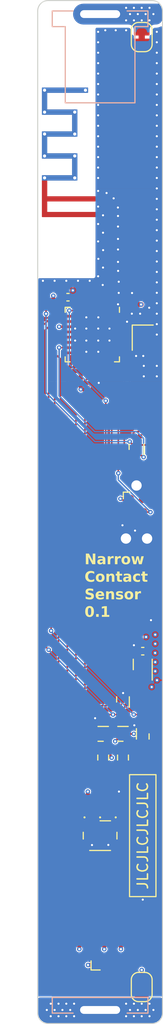
<source format=kicad_pcb>
(kicad_pcb (version 20221018) (generator pcbnew)
  (title_block (date "2023-11-21"))
  (layers (0 "F.Cu" signal) (1 "In1.Cu" power) (2 "In2.Cu" power) (31 "B.Cu" signal) (34 "B.Paste" user) (35 "F.Paste" user) (36 "B.SilkS" user "B.Silkscreen") (37 "F.SilkS" user "F.Silkscreen") (38 "B.Mask" user) (39 "F.Mask" user) (44 "Edge.Cuts" user))
  (net 0 "")
  (net 1 "/RF_ANT")
  (net 2 "GND")
  (net 3 "/XTAL_P_R")
  (net 4 "/XTAL_N")
  (net 5 "+3.3V")
  (net 6 "/VDD3P3")
  (net 7 "/LNA_IN")
  (net 8 "/VDD_SPI")
  (net 9 "/ADC1_CH3")
  (net 10 "/CHIP_EN")
  (net 11 "-BATT")
  (net 12 "+BATT")
  (net 13 "/U0TXD")
  (net 14 "/Programming Connection/RTS")
  (net 15 "/XTAL_P")
  (net 16 "/U0TXD_R")
  (net 17 "/SPICS0")
  (net 20 "/Power Latch/DELAY_OUT")
  (net 21 "/GPIO6")
  (net 22 "/GPIO7")
  (net 23 "/GPIO8")
  (net 24 "Net-(D3-A)")
  (net 32 "/U0RXD")
  (net 33 "/LED_R")
  (net 34 "/LED_G")
  (net 35 "/LED_B")
  (net 36 "/Power Latch/DELAY_IN")
  (net 37 "/GPIO4")
  (net 38 "Net-(R15-Pad1)")
  (net 39 "/Power Latch/SW1")
  (net 40 "/GPIO5")
  (net 43 "/Power Latch/AUTO_POWER")
  (net 44 "Net-(Q1-G)")
  (net 45 "/GPIO10")
  (net 46 "/POWER_ON")
  (net 47 "/Configuration Button/BTN_K")
  (net 48 "/Programming Connection/DTR")
  (net 49 "/GPIO9")
  (net 51 "/Programming Connection/RTS_B")
  (net 52 "/Programming Connection/DTR_B")
  (net 53 "/Configuration Button/BTN_A")
  (footprint "Capacitor_SMD:C_0201_0603Metric" (layer "F.Cu") (at 100.87 94.7 -90)
    (fp_text reference "C2" hide)
    (fp_text value "10pF" hide)
  )
  (footprint "easyeda2kicad:SOD-882_L1.0-W0.6-RD" (layer "F.Cu") (at 94.5 137.4 90)
    (fp_text reference "D4" hide)
    (fp_text value "1.1V" hide)
  )
  (footprint "Resistor_SMD:R_0201_0603Metric" (layer "F.Cu") (at 91.5 89.14 90)
    (fp_text reference "R5" hide)
    (fp_text value "10kΩ" hide)
  )
  (footprint "easyeda2kicad:SENSOR-SMD_59170-1-S-00-D" (layer "F.Cu") (at 100.1 140 90)
    (fp_text reference "SW1" hide)
    (fp_text value "59170-1-S-00-D" hide)
  )
  (footprint "Resistor_SMD:R_0201_0603Metric" (layer "F.Cu") (at 98.2 128.4 180)
    (fp_text reference "R13" hide)
    (fp_text value "10kΩ" hide)
  )
  (footprint "Resistor_SMD:R_0201_0603Metric" (layer "F.Cu") (at 98.83 95.12 -90)
    (fp_text reference "R2" hide)
    (fp_text value "499Ω" hide)
  )
  (footprint "easyeda2kicad:SW-SMD_4P-L3.0-W2.6-P1.80-LS3.4-TL" (layer "F.Cu") (at 96 140)
    (fp_text reference "SW2" hide)
    (fp_text value "SW_Push" hide)
  )
  (footprint "Capacitor_SMD:C_0201_0603Metric" (layer "F.Cu") (at 100.1 121.52)
    (fp_text reference "C16" hide)
    (fp_text value "1uF" hide)
  )
  (footprint "easyeda2kicad:SOD-882_L1.0-W0.6-RD" (layer "F.Cu") (at 96 137.4 90)
    (fp_text reference "D5" hide)
    (fp_text value "1.1V" hide)
  )
  (footprint "Resistor_SMD:R_0201_0603Metric" (layer "F.Cu") (at 100.1 120.41)
    (fp_text reference "R3" hide)
    (fp_text value "100kΩ" hide)
  )
  (footprint "Connector:Tag-Connect_TC2030-IDC-NL_2x03_P1.27mm_Vertical" (layer "F.Cu") (at 99.5 109 -90)
    (fp_text reference "P1" hide)
    (fp_text value "TC2030-NL" hide)
  )
  (footprint "Inverted_F_Antenna:ESP32-C3-MINI-1_Inverted_F_Antenna" (layer "F.Cu") (at 95.56 79 90)
    (fp_text reference "AE1" hide)
    (fp_text value "Inverted_F_Antenna_2.4GHz_Meandered" hide)
  )
  (footprint "easyeda2kicad:DFN1006-2L-BI" (layer "F.Cu") (at 95.15 97.25 180)
    (fp_text reference "D1" hide)
    (fp_text value "ESD9B3.3ST5G" hide)
  )
  (footprint "easyeda2kicad:X2-DFN1006-3_L1.0-W0.6-BR" (layer "F.Cu") (at 98.2 127.2 90)
    (fp_text reference "Q3" hide)
    (fp_text value "BC857BMB,315" hide)
  )
  (footprint "Capacitor_SMD:C_0201_0603Metric" (layer "F.Cu") (at 95.175 96.17 180)
    (fp_text reference "C11" hide)
    (fp_text value "1uF" hide)
  )
  (footprint "easyeda2kicad:CRYSTAL-SMD_4P-L2.0-W1.6-BL" (layer "F.Cu") (at 100.3 92.5 -90)
    (fp_text reference "Y1" hide)
    (fp_text value "40MHz" hide)
  )
  (footprint "easyeda2kicad:X2-DFN1010-6_L1.0-W1.0-P0.35-BL" (layer "F.Cu") (at 96.3 130.25 180)
    (fp_text reference "U3" hide)
    (fp_text value "74AUP1G86FW4-7" hide)
  )
  (footprint "Resistor_SMD:R_0201_0603Metric" (layer "F.Cu") (at 94.8 150 90)
    (fp_text reference "R10" hide)
    (fp_text value "510Ω" hide)
  )
  (footprint "easyeda2kicad:LED-ARRAY-SMD_4P-L1.0-W1.0-TR_NH-B1010RGBT" (layer "F.Cu") (at 96 152 90)
    (fp_text reference "D2" hide)
    (fp_text value "NH-B1010RGBT-HF" hide)
  )
  (footprint "Inductor_SMD:L_0201_0603Metric" (layer "F.Cu") (at 94.87 88.18 90)
    (fp_text reference "L1" hide)
    (fp_text value "2nH" hide)
  )
  (footprint "Capacitor_SMD:C_0201_0603Metric" (layer "F.Cu") (at 95.92 88.53)
    (fp_text reference "C7" hide)
    (fp_text value "0.1uF" hide)
  )
  (footprint "Resistor_SMD:R_0201_0603Metric" (layer "F.Cu") (at 96 136.3)
    (fp_text reference "R22" hide)
    (fp_text value "1kΩ" hide)
  )
  (footprint "Resistor_SMD:R_0201_0603Metric" (layer "F.Cu") (at 95.18 95.47)
    (fp_text reference "R8" hide)
    (fp_text value "10kΩ" hide)
  )
  (footprint "Resistor_SMD:R_0201_0603Metric" (layer "F.Cu") (at 97.2 150 90)
    (fp_text reference "R12" hide)
    (fp_text value "680Ω" hide)
  )
  (footprint "Resistor_SMD:R_0603_1608Metric" (layer "F.Cu") (at 98.2 132.52 90)
    (fp_text reference "R16" hide)
    (fp_text value "100MΩ" hide)
  )
  (footprint "Resistor_SMD:R_0201_0603Metric" (layer "F.Cu") (at 98.2 129.1 180)
    (fp_text reference "R18" hide)
    (fp_text value "100kΩ" hide)
  )
  (footprint "Resistor_SMD:R_0201_0603Metric" (layer "F.Cu") (at 99.5 104.25 180)
    (fp_text reference "R23" hide)
    (fp_text value "10kΩ" hide)
  )
  (footprint "Resistor_SMD:R_0201_0603Metric" (layer "F.Cu") (at 96.3 128.4 180)
    (fp_text reference "R14" hide)
    (fp_text value "1MΩ" hide)
  )
  (footprint "Jumper:SolderJumper-2_P1.3mm_Open_RoundedPad1.0x1.5mm" (layer "F.Cu") (at 100 154.5 -90)
    (fp_text reference "JP1" hide)
    (fp_text value "SolderJumper_2_Bridged" hide)
  )
  (footprint "Resistor_SMD:R_0201_0603Metric" (layer "F.Cu") (at 96.4 150 90)
    (fp_text reference "R7" hide)
    (fp_text value "45kΩ" hide)
  )
  (footprint "Capacitor_SMD:C_0201_0603Metric" (layer "F.Cu") (at 97.32 86.42)
    (fp_text reference "C8" hide)
    (fp_text value "3pF" hide)
  )
  (footprint "Capacitor_SMD:C_0201_0603Metric" (layer "F.Cu") (at 98.72 88.8 90)
    (fp_text reference "C4" hide)
    (fp_text value "10nF" hide)
  )
  (footprint "Resistor_SMD:R_0201_0603Metric" (layer "F.Cu") (at 99.55 90.65)
    (fp_text reference "R1" hide)
    (fp_text value "0Ω" hide)
  )
  (footprint "Capacitor_SMD:C_0201_0603Metric" (layer "F.Cu") (at 97.32 88.53)
    (fp_text reference "C9" hide)
    (fp_text value "3pF" hide)
  )
  (footprint "easyeda2kicad:X2-DFN1006-3_L1.0-W0.6-P0.35-BL" (layer "F.Cu") (at 100.1 130.25 -90)
    (fp_text reference "Q1" hide)
    (fp_text value "DMN2005LP4K-7")
  )
  (footprint "Capacitor_SMD:C_0201_0603Metric" (layer "F.Cu") (at 96.3 129.1 180)
    (fp_text reference "C14" hide)
    (fp_text value "4.7uF" hide)
  )
  (footprint "Resistor_SMD:R_0201_0603Metric" (layer "F.Cu") (at 100.09 129.1 180)
    (fp_text reference "R19" hide)
    (fp_text value "100kΩ" hide)
  )
  (footprint "easyeda2kicad:SOD-882_L1.0-W0.6-RD" (layer "F.Cu") (at 97.5 137.4 90)
    (fp_text reference "D3" hide)
    (fp_text value "1.1V" hide)
  )
  (footprint "easyeda2kicad:DFN1010B-6_L1.1-W1.0-P0.35-BL" (layer "F.Cu") (at 99.5 103 90)
    (fp_text reference "Q2" hide)
    (fp_text value "BC847QASZ" hide)
  )
  (footprint "Resistor_SMD:R_0201_0603Metric" (layer "F.Cu") (at 95.6 150 90)
    (fp_text reference "R11" hide)
    (fp_text value "680Ω" hide)
  )
  (footprint "Resistor_SMD:R_0201_0603Metric" (layer "F.Cu") (at 100.1 125.75 180)
    (fp_text reference "R17" hide)
    (fp_text value "1MΩ" hide)
  )
  (footprint "easyeda2kicad:X2-DFN2015-3_L2.0-W1.5-P0.50-BR" (layer "F.Cu") (at 100.1 124.1 90)
    (fp_text reference "Q4" hide)
    (fp_text value "DMG3415UFY4Q-7" hide)
  )
  (footprint "Resistor_SMD:R_0201_0603Metric" (layer "F.Cu") (at 100.11 119.71)
    (fp_text reference "R4" hide)
    (fp_text value "150kΩ" hide)
  )
  (footprint "Capacitor_SMD:C_0201_0603Metric" (layer "F.Cu") (at 93.5 95.82 90)
    (fp_text reference "C10" hide)
    (fp_text value "0.1uF" hide)
  )
  (footprint "Resistor_SMD:R_0201_0603Metric" (layer "F.Cu") (at 94 150 90)
    (fp_text reference "R6" hide)
    (fp_text value "45kΩ" hide)
  )
  (footprint "Capacitor_SMD:C_0201_0603Metric" (layer "F.Cu") (at 100.11 119.01)
    (fp_text reference "C12" hide)
    (fp_text value "10nF" hide)
  )
  (footprint "Resistor_SMD:R_0201_0603Metric" (layer "F.Cu") (at 98 150 90)
    (fp_text reference "R9" hide)
    (fp_text value "45kΩ" hide)
  )
  (footprint "Capacitor_SMD:C_0201_0603Metric" (layer "F.Cu") (at 94.17 88.18 90)
    (fp_text reference "C6" hide)
    (fp_text value "0.1uF" hide)
  )
  (footprint "Capacitor_SMD:C_0402_1005Metric" (layer "F.Cu") (at 92.91 88.42)
    (fp_text reference "C5" hide)
    (fp_text value "10uF" hide)
  )
  (footprint "Capacitor_SMD:C_0201_0603Metric" (layer "F.Cu") (at 90.8 89.14 90)
    (fp_text reference "C13" hide)
    (fp_text value "0.1uF" hide)
  )
  (footprint "easyeda2kicad:X2-DFN1010-6_L1.0-W1.0-P0.35-BL" (layer "F.Cu") (at 98.2 130.25 180)
    (fp_text reference "U2" hide)
    (fp_text value "74AUP1G86FW4-7" hide)
  )
  (footprint "Package_DFN_QFN:QFN-32-1EP_5x5mm_P0.5mm_EP3.45x3.45mm" (layer "F.Cu") (at 95.25 92 -90)
    (fp_text reference "U1" hide)
    (fp_text value "ESP32-C3FH4" hide)
  )
  (footprint "Resistor_SMD:R_0201_0603Metric" (layer "F.Cu") (at 94.5 136.3)
    (fp_text reference "R21" hide)
    (fp_text value "45kΩ" hide)
  )
  (footprint "Capacitor_SMD:C_0201_0603Metric" (layer "F.Cu") (at 99.42 88.8 90)
    (fp_text reference "C3" hide)
    (fp_text value "1uF" hide)
  )
  (footprint "Capacitor_SMD:C_0402_1005Metric" (layer "F.Cu") (at 100.1 122.33)
    (fp_text reference "C15" hide)
    (fp_text value "10uF" hide)
  )
  (footprint "Resistor_SMD:R_0201_0603Metric" (layer "F.Cu") (at 100.09 128.4 180)
    (fp_text reference "R20" hide)
    (fp_text value "10kΩ" hide)
  )
  (footprint "Capacitor_SMD:C_0201_0603Metric" (layer "F.Cu") (at 97.5 136.3)
    (fp_text reference "C17" hide)
    (fp_text value "1uF" hide)
  )
  (footprint "Inductor_SMD:L_0201_0603Metric" (layer "F.Cu") (at 97 87.475 -90)
    (fp_text reference "L2" hide)
    (fp_text value "2nH" hide)
  )
  (footprint "Capacitor_SMD:C_0201_0603Metric" (layer "F.Cu") (at 100.85 90.3 90)
    (fp_text reference "C1" hide)
    (fp_text value "10pF" hide)
  )
  (footprint "Resistor_SMD:R_0603_1608Metric" (layer "F.Cu") (at 96.3 132.52 90)
    (fp_text reference "R15" hide)
    (fp_text value "100MΩ" hide)
  )
  (footprint "Resistor_SMD:R_0201_0603Metric" (layer "F.Cu") (at 99.5 101.75)
    (fp_text reference "R24" hide)
    (fp_text value "10kΩ" hide)
  )
  (footprint "Jumper:SolderJumper-2_P1.3mm_Bridged_RoundedPad1.0x1.5mm" (layer "F.Cu") (at 100 63.5 90)
    (fp_text reference "JP2" hide)
    (fp_text value "SolderJumper_2_Bridged" hide)
  )
  (footprint "BatteryTerminal:Keystone_5204" (layer "B.Cu") (at 96 61.3 180)
    (fp_text reference "CN2" hide)
    (fp_text value "5204" hide)
  )
  (footprint "BatteryTerminal:Keystone_5226" (layer "B.Cu") (at 96 156.7)
    (fp_text reference "CN1" hide)
    (fp_text value "5226" hide)
  )
  (gr_line (start 91 158) (end 101 158) (stroke (width 0.1)) (layer "Edge.Cuts"))
  (gr_line (start 102 157) (end 102 61) (stroke (width 0.1)) (layer "Edge.Cuts"))
  (gr_arc (start 101 60) (mid 101.707107 60.292893) (end 102 61) (stroke (width 0.1)) (layer "Edge.Cuts"))
  (gr_arc (start 102 157) (mid 101.707107 157.707107) (end 101 158) (stroke (width 0.1)) (layer "Edge.Cuts"))
  (gr_arc (start 90 61) (mid 90.292893 60.292893) (end 91 60) (stroke (width 0.1)) (layer "Edge.Cuts"))
  (gr_line (start 90 61) (end 90 157) (stroke (width 0.1)) (layer "Edge.Cuts"))
  (gr_line (start 101 60) (end 91 60) (stroke (width 0.1)) (layer "Edge.Cuts"))
  (gr_arc (start 91 158) (mid 90.292893 157.707107) (end 90 157) (stroke (width 0.1)) (layer "Edge.Cuts"))
  (gr_text "JLCJLCJLCJLC" (at 100.1 140 90) (layer "F.SilkS") (effects (font (size 1 1))))
  (gr_text "Narrow\nContact\nSensor\n0.1" (at 94.5 113) (layer "F.SilkS") (effects (font (size 1 1) (thickness 0.25) bold) (justify left top)))
  (segment (start 96.648528 79.358528) (end 96.641472 79.351472) (width 0.32) (layer "F.Cu") (net 1))
  (segment (start 95.792944 79) (end 95.56 79) (width 0.32) (layer "F.Cu") (net 1))
  (segment (start 97 86.42) (end 97 87.155) (width 0.32) (layer "F.Cu") (net 1))
  (segment (start 97 84.42) (end 96.998393 84.418393) (width 0.32) (layer "F.Cu") (net 1))
  (segment (start 96.998393 84.418393) (end 96.998393 80.112741) (width 0.32) (layer "F.Cu") (net 1))
  (segment (start 97 86.22) (end 97 84.42) (width 0.32) (layer "F.Cu") (net 1))
  (arc (start 96.998393 80.112741) (mid 96.889784 79.704662) (end 96.648528 79.358528) (width 0.32) (layer "F.Cu") (net 1))
  (arc (start 96.641472 79.351472) (mid 96.252164 79.091345) (end 95.792944 79) (width 0.32) (layer "F.Cu") (net 1))
  (via (at 98.15 110.27) (size 0.45) (drill 0.2) (layers "F.Cu" "B.Cu") (net 2))
  (via (at 100.15 94.05) (size 0.45) (drill 0.2) (layers "F.Cu" "B.Cu") (net 2))
  (via (at 101.45 63) (size 0.45) (drill 0.2) (layers "F.Cu" "B.Cu") (net 2))
  (via (at 95.83 84.746664) (size 0.45) (drill 0.2) (layers "F.Cu" "B.Cu") (net 2))
  (via (at 93.6 92.575) (size 0.45) (drill 0.2) (layers "F.Cu" "B.Cu") (net 2))
  (via (at 97.72 81.65) (size 0.45) (drill 0.2) (layers "F.Cu" "B.Cu") (net 2))
  (via (at 100.89 119.36) (size 0.45) (drill 0.2) (layers "F.Cu" "B.Cu") (net 2))
  (via (at 97.72 85.04) (size 0.45) (drill 0.2) (layers "F.Cu" "B.Cu") (net 2))
  (via (at 97.71 79.83) (size 0.45) (drill 0.2) (layers "F.Cu" "B.Cu") (net 2))
  (via (at 101.45 70) (size 0.45) (drill 0.2) (layers "F.Cu" "B.Cu") (net 2))
  (via (at 101.45 89) (size 0.45) (drill 0.2) (layers "F.Cu" "B.Cu") (net 2))
  (via (at 95.81 76) (size 0.45) (drill 0.2) (layers "F.Cu" "B.Cu") (net 2))
  (via (at 97.72 80.64) (size 0.45) (drill 0.2) (layers "F.Cu" "B.Cu") (net 2))
  (via (at 96.28 85.581108) (size 0.45) (drill 0.2) (layers "F.Cu" "B.Cu") (net 2))
  (via (at 98.5 62.85) (size 0.45) (drill 0.2) (layers "F.Cu" "B.Cu") (net 2))
  (via (at 101.45 83) (size 0.45) (drill 0.2) (layers "F.Cu" "B.Cu") (net 2))
  (via (at 101.45 81) (size 0.45) (drill 0.2) (layers "F.Cu" "B.Cu") (net 2))
  (via (at 95.81 67) (size 0.45) (drill 0.2) (layers "F.Cu" "B.Cu") (net 2))
  (via (at 91.625 86.85) (size 0.45) (drill 0.2) (layers "F.Cu" "B.Cu") (net 2))
  (via (at 95.81 64) (size 0.45) (drill 0.2) (layers "F.Cu" "B.Cu") (net 2))
  (via (at 97.73 85.9) (size 0.45) (drill 0.2) (layers "F.Cu" "B.Cu") (net 2))
  (via (at 99.05 90) (size 0.45) (drill 0.2) (layers "F.Cu" "B.Cu") (net 2))
  (via (at 95.52 128.75) (size 0.45) (drill 0.2) (layers "F.Cu" "B.Cu") (net 2))
  (via (at 95.825 93.65) (size 0.45) (drill 0.2) (layers "F.Cu" "B.Cu") (net 2))
  (via (at 95.81 69) (size 0.45) (drill 0.2) (layers "F.Cu" "B.Cu") (net 2))
  (via (at 101.45 78) (size 0.45) (drill 0.2) (layers "F.Cu" "B.Cu") (net 2))
  (via (at 97.3 78.95) (size 0.45) (drill 0.2) (layers "F.Cu" "B.Cu") (net 2))
  (via (at 94.675 90.35) (size 0.45) (drill 0.2) (layers "F.Cu" "B.Cu") (net 2))
  (via (at 97.79 86.94) (size 0.45) (drill 0.2) (layers "F.Cu" "B.Cu") (net 2))
  (via (at 95.22 140.9) (size 0.45) (drill 0.2) (layers "F.Cu" "B.Cu") (net 2))
  (via (at 96.9 91.425) (size 0.45) (drill 0.2) (layers "F.Cu" "B.Cu") (net 2))
  (via (at 93.875 86.85) (size 0.45) (drill 0.2) (layers "F.Cu" "B.Cu") (net 2))
  (via (at 101.45 66) (size 0.45) (drill 0.2) (layers "F.Cu" "B.Cu") (net 2))
  (via (at 92.75 86.85) (size 0.45) (drill 0.2) (layers "F.Cu" "B.Cu") (net 2))
  (via (at 95.87 96.63) (size 0.45) (drill 0.2) (layers "F.Cu" "B.Cu") (net 2))
  (via (at 94.675 91.425) (size 0.45) (drill 0.2) (layers "F.Cu" "B.Cu") (net 2))
  (via (at 95.82 92.575) (size 0.45) (drill 0.2) (layers "F.Cu" "B.Cu") (net 2))
  (via (at 101.45 95) (size 0.45) (drill 0.2) (layers "F.Cu" "B.Cu") (net 2))
  (via (at 93.6 91.425) (size 0.45) (drill 0.2) (layers "F.Cu" "B.Cu") (net 2))
  (via (at 101.45 79) (size 0.45) (drill 0.2) (layers "F.Cu" "B.Cu") (net 2))
  (via (at 101.45 96) (size 0.45) (drill 0.2) (layers "F.Cu" "B.Cu") (net 2))
  (via (at 101.45 91) (size 0.45) (drill 0.2) (layers "F.Cu" "B.Cu") (net 2))
  (via (at 95.81 63) (size 0.45) (drill 0.2) (layers "F.Cu" "B.Cu") (net 2))
  (via (at 95.81 86.415552) (size 0.45) (drill 0.2) (layers "F.Cu" "B.Cu") (net 2))
  (via (at 100.1 146.13) (size 0.45) (drill 0.2) (layers "F.Cu" "B.Cu") (net 2))
  (via (at 101.45 69) (size 0.45) (drill 0.2) (layers "F.Cu" "B.Cu") (net 2))
  (via (at 98.59 90.77) (size 0.45) (drill 0.2) (layers "F.Cu" "B.Cu") (net 2))
  (via (at 96.29 83.91222) (size 0.45) (drill 0.2) (layers "F.Cu" "B.Cu") (net 2))
  (via (at 99.85 90) (size 0.45) (drill 0.2) (layers "F.Cu" "B.Cu") (net 2))
  (via (at 101.45 73) (size 0.45) (drill 0.2) (layers "F.Cu" "B.Cu") (net 2))
  (via (at 101.45 68) (size 0.45) (drill 0.2) (layers "F.Cu" "B.Cu") (net 2))
  (via (at 95.81 77) (size 0.45) (drill 0.2) (layers "F.Cu" "B.Cu") (net 2))
  (via (at 95.81 72) (size 0.45) (drill 0.2) (layers "F.Cu" "B.Cu") (net 2))
  (via (at 99.46 94.05) (size 0.45) (drill 0.2) (layers "F.Cu" "B.Cu") (net 2))
  (via (at 100.2 96) (size 0.45) (drill 0.2) (layers "F.Cu" "B.Cu") (net 2))
  (via (at 95.81 71) (size 0.45) (drill 0.2) (layers "F.Cu" "B.Cu") (net 2))
  (via (at 101.45 75) (size 0.45) (drill 0.2) (layers "F.Cu" "B.Cu") (net 2))
  (via (at 101.45 64) (size 0.45) (drill 0.2) (layers "F.Cu" "B.Cu") (net 2))
  (via (at 101.45 72) (size 0.45) (drill 0.2) (layers "F.Cu" "B.Cu") (net 2))
  (via (at 94.675 92.575) (size 0.45) (drill 0.2) (layers "F.Cu" "B.Cu") (net 2))
  (via (at 101.45 84) (size 0.45) (drill 0.2) (layers "F.Cu" "B.Cu") (net 2))
  (via (at 99.07 88.02) (size 0.45) (drill 0.2) (layers "F.Cu" "B.Cu") (net 2))
  (via (at 95.81 78.24) (size 0.45) (drill 0.2) (layers "F.Cu" "B.Cu") (net 2))
  (via (at 96.79 140.89) (size 0.45) (drill 0.2) (layers "F.Cu" "B.Cu") (net 2))
  (via (at 90.5 86.85) (size 0.45) (drill 0.2) (layers "F.Cu" "B.Cu") (net 2))
  (via (at 95.81 74) (size 0.45) (drill 0.2) (layers "F.Cu" "B.Cu") (net 2))
  (via (at 95.81 79.74) (size 0.45) (drill 0.2) (layers "F.Cu" "B.Cu") (net 2))
  (via (at 94.675 93.65) (size 0.45) (drill 0.2) (layers "F.Cu" "B.Cu") (net 2))
  (via (at 96.62 78.44) (size 0.45) (drill 0.2) (layers "F.Cu" "B.Cu") (net 2))
  (via (at 101.45 76) (size 0.45) (drill 0.2) (layers "F.Cu" "B.Cu") (net 2))
  (via (at 101.45 90) (size 0.45) (drill 0.2) (layers "F.Cu" "B.Cu") (net 2))
  (via (at 100.2 95) (size 0.45) (drill 0.2) (layers "F.Cu" "B.Cu") (net 2))
  (via (at 100.72 89.43) (size 0.45) (drill 0.2) (layers "F.Cu" "B.Cu") (net 2))
  (via (at 95.81 81.408888) (size 0.45) (drill 0.2) (layers "F.Cu" "B.Cu") (net 2))
  (via (at 101.45 74) (size 0.45) (drill 0.2) (layers "F.Cu" "B.Cu") (net 2))
  (via (at 101.45 86) (size 0.45) (drill 0.2) (layers "F.Cu" "B.Cu") (net 2))
  (via (at 101.45 77) (size 0.45) (drill 0.2) (layers "F.Cu" "B.Cu") (net 2))
  (via (at 101.45 88) (size 0.45) (drill 0.2) (layers "F.Cu" "B.Cu") (net 2))
  (via (at 95.81 70) (size 0.45) (drill 0.2) (layers "F.Cu" "B.Cu") (net 2))
  (via (at 101.45 92) (size 0.45) (drill 0.2) (layers "F.Cu" "B.Cu") (net 2))
  (via (at 95 86.85) (size 0.45) (drill 0.2) (layers "F.Cu" "B.Cu") (net 2))
  (via (at 99.29 129.43) (size 0.45) (drill 0.2) (layers "F.Cu" "B.Cu") (net 2))
  (via (at 96.25 87.25) (size 0.45) (drill 0.2) (layers "F.Cu" "B.Cu") (net 2))
  (via (at 95.81 75) (size 0.45) (drill 0.2) (layers "F.Cu" "B.Cu") (net 2))
  (via (at 95.81 83.077776) (size 0.45) (drill 0.2) (layers "F.Cu" "B.Cu") (net 2))
  (via (at 95.81 73) (size 0.45) (drill 0.2) (layers "F.Cu" "B.Cu") (net 2))
  (via (at 95.82 91.425) (size 0.45) (drill 0.2) (layers "F.Cu" "B.Cu") (net 2))
  (via (at 99.36 110.78) (size 0.45) (drill 0.2) (layers "F.Cu" "B.Cu") (net 2))
  (via (at 97.72 83.85) (size 0.45) (drill 0.2) (layers "F.Cu" "B.Cu") (net 2))
  (via (at 95.81 66) (size 0.45) (drill 0.2) (layers "F.Cu" "B.Cu") (net 2))
  (via (at 97.5 62.85) (size 0.45) (drill 0.2) (layers "F.Cu" "B.Cu") (net 2))
  (via (at 97.72 82.84) (size 0.45) (drill 0.2) (layers "F.Cu" "B.Cu") (net 2))
  (via (at 96.5 62.85) (size 0.45) (drill 0.2) (layers "F.Cu" "B.Cu") (net 2))
  (via (at 101.45 87) (size 0.45) (drill 0.2) (layers "F.Cu" "B.Cu") (net 2))
  (via (at 101.45 80) (size 0.45) (drill 0.2) (layers "F.Cu" "B.Cu") (net 2))
  (via (at 97.81 135.78) (size 0.45) (drill 0.2) (layers "F.Cu" "B.Cu") (net 2))
  (via (at 99.25 121.76) (size 0.45) (drill 0.2) (layers "F.Cu" "B.Cu") (net 2))
  (via (at 101.45 82) (size 0.45) (drill 0.2) (layers "F.Cu" "B.Cu") (net 2))
  (via (at 97.79 88.01) (size 0.45) (drill 0.2) (layers "F.Cu" "B.Cu") (net 2))
  (via (at 97.72 89.1) (size 0.45) (drill 0.2) (layers "F.Cu" "B.Cu") (net 2))
  (via (at 98.21 126.34) (size 0.45) (drill 0.2) (layers "F.Cu" "B.Cu") (net 2))
  (via (at 101.45 65) (size 0.45) (drill 0.2) (layers "F.Cu" "B.Cu") (net 2))
  (via (at 101.45 67) (size 0.45) (drill 0.2) (layers "F.Cu" "B.Cu") (net 2))
  (via (at 96.28 80.574444) (size 0.45) (drill 0.2) (layers "F.Cu" "B.Cu") (net 2))
  (via (at 101.45 85) (size 0.45) (drill 0.2) (layers "F.Cu" "B.Cu") (net 2))
  (via (at 101.45 71) (size 0.45) (drill 0.2) (layers "F.Cu" "B.Cu") (net 2))
  (via (at 95.81 65) (size 0.45) (drill 0.2) (layers "F.Cu" "B.Cu") (net 2))
  (via (at 95.81 68) (size 0.45) (drill 0.2) (layers "F.Cu" "B.Cu") (net 2))
  (via (at 95.83 90.35) (size 0.45) (drill 0.2) (layers "F.Cu" "B.Cu") (net 2))
  (via (at 96.28 82.243332) (size 0.45) (drill 0.2) (layers "F.Cu" "B.Cu") (net 2))
  (via (at 96.9 92.575) (size 0.45) (drill 0.2) (layers "F.Cu" "B.Cu") (net 2))
  (segment (start 99.75 91.8) (end 99.75 91.27) (width 0.15) (layer "F.Cu") (net 3))
  (segment (start 99.87 90.65) (end 100.82 90.65) (width 0.15) (layer "F.Cu") (net 3))
  (segment (start 100.82 90.65) (end 100.85 90.62) (width 0.15) (layer "F.Cu") (net 3))
  (segment (start 99.75 91.27) (end 99.87 91.15) (width 0.15) (layer "F.Cu") (net 3))
  (segment (start 99.87 91.15) (end 99.87 90.65) (width 0.15) (layer "F.Cu") (net 3))
  (segment (start 99.23 92.5) (end 100.69 92.5) (width 0.15) (layer "F.Cu") (net 4))
  (segment (start 97.6875 91.75) (end 98.48 91.75) (width 0.15) (layer "F.Cu") (net 4))
  (segment (start 100.69 92.5) (end 100.85 92.66) (width 0.15) (layer "F.Cu") (net 4))
  (segment (start 100.87 93.22) (end 100.87 94.38) (width 0.15) (layer "F.Cu") (net 4))
  (segment (start 100.85 92.66) (end 100.85 93.2) (width 0.15) (layer "F.Cu") (net 4))
  (segment (start 98.48 91.75) (end 99.23 92.5) (width 0.15) (layer "F.Cu") (net 4))
  (segment (start 94.84 152.39) (end 95.61 152.39) (width 0.38) (layer "F.Cu") (net 5))
  (segment (start 91.5 88.82) (end 91.5 88.28) (width 0.38) (layer "F.Cu") (net 5))
  (segment (start 94.82 135.78) (end 94.82 136.3) (width 0.38) (layer "F.Cu") (net 5))
  (segment (start 94.14 97.25) (end 94.8 97.25) (width 0.38) (layer "F.Cu") (net 5))
  (segment (start 94.14 97.25) (end 94.14 95.79) (width 0.38) (layer "F.Cu") (net 5))
  (segment (start 100.42 121.52) (end 100.42 120.97) (width 0.38) (layer "F.Cu") (net 5))
  (segment (start 94 150.87) (end 94 150.32) (width 0.38) (layer "F.Cu") (net 5))
  (segment (start 94.14 95.79) (end 93.85 95.5) (width 0.38) (layer "F.Cu") (net 5))
  (segment (start 100 152.87) (end 100 153.85) (width 0.38) (layer "F.Cu") (net 5))
  (segment (start 100.42 120.97) (end 100.42 120.41) (width 0.38) (layer "F.Cu") (net 5))
  (segment (start 93.85 95.5) (end 93.5 95.5) (width 0.38) (layer "F.Cu") (net 5))
  (segment (start 93.5 94.4375) (end 93.5 95.5) (width 0.25) (layer "F.Cu") (net 5))
  (segment (start 96.4 150.877139) (end 96.4 150.32) (width 0.38) (layer "F.Cu") (net 5))
  (segment (start 92.8125 91.25) (end 92.06 91.25) (width 0.25) (layer "F.Cu") (net 5))
  (segment (start 97.96 107.73) (end 98.865 107.73) (width 0.38) (layer "F.Cu") (net 5))
  (segment (start 98 150.87) (end 98 150.32) (width 0.38) (layer "F.Cu") (net 5))
  (via (at 101.29 122.5) (size 0.45) (drill 0.2) (layers "F.Cu" "B.Cu") (net 5))
  (via (at 93.38 87.77) (size 0.45) (drill 0.2) (layers "F.Cu" "B.Cu") (net 5))
  (via (at 100 152.87) (size 0.45) (drill 0.2) (layers "F.Cu" "B.Cu") (net 5))
  (via (at 94 150.87) (size 0.45) (drill 0.2) (layers "F.Cu" "B.Cu") (net 5))
  (via (at 94.14 97.25) (size 0.45) (drill 0.2) (layers "F.Cu" "B.Cu") (net 5))
  (via (at 100.42 120.97) (size 0.45) (drill 0.2) (layers "F.Cu" "B.Cu") (net 5))
  (via (at 101.3 120.75) (size 0.45) (drill 0.2) (layers "F.Cu" "B.Cu") (net 5))
  (via (at 101.3 124.25) (size 0.45) (drill 0.2) (layers "F.Cu" "B.Cu") (net 5))
  (via (at 101.3 123.375) (size 0.45) (drill 0.2) (layers "F.Cu" "B.Cu") (net 5))
  (via (at 94.84 152.39) (size 0.45) (drill 0.2) (layers "F.Cu" "B.Cu") (net 5))
  (via (at 99.94 89.12) (size 0.45) (drill 0.2) (layers "F.Cu" "B.Cu") (net 5))
  (via (at 97.96 107.73) (size 0.45) (drill 0.2) (layers "F.Cu" "B.Cu") (net 5))
  (via (at 91.5 88.28) (size 0.45) (drill 0.2) (layers "F.Cu" "B.Cu") (net 5))
  (via (at 94.82 135.78) (size 0.45) (drill 0.2) (layers "F.Cu" "B.Cu") (net 5))
  (via (at 96.4 150.877139) (size 0.45) (drill 0.2) (layers "F.Cu" "B.Cu") (net 5))
  (via (at 92.06 91.25) (size 0.45) (drill 0.2) (layers "F.Cu" "B.Cu") (net 5))
  (via (at 101.3 121.625) (size 0.45) (drill 0.2) (layers "F.Cu" "B.Cu") (net 5))
  (via (at 98 150.87) (size 0.45) (drill 0.2) (layers "F.Cu" "B.Cu") (net 5))
  (segment (start 95.605 88.525) (end 95.6 88.53) (width 0.38) (layer "F.Cu") (net 6))
  (segment (start 97 88.53) (end 97 89.12) (width 0.32) (layer "F.Cu") (net 7))
  (segment (start 97 88.53) (end 97 87.795) (width 0.32) (layer "F.Cu") (net 7))
  (segment (start 97 89.5625) (end 97 89.12) (width 0.25) (layer "F.Cu") (net 7))
  (segment (start 94 95.02) (end 94 94.4375) (width 0.15) (layer "F.Cu") (net 8))
  (segment (start 94.86 95.47) (end 94.86 96.165) (width 0.15) (layer "F.Cu") (net 8))
  (segment (start 94.45 95.47) (end 94 95.02) (width 0.15) (layer "F.Cu") (net 8))
  (segment (start 94.86 95.47) (end 94.45 95.47) (width 0.15) (layer "F.Cu") (net 8))
  (segment (start 96.54 98.34) (end 96.54 116.33) (width 0.15) (layer "F.Cu") (net 9))
  (segment (start 99.78 120.41) (end 99.78 119.72) (width 0.15) (layer "F.Cu") (net 9))
  (segment (start 93.04 89.7) (end 93.3625 89.7) (width 0.15) (layer "F.Cu") (net 9))
  (segment (start 99.22 119.01) (end 99.79 119.01) (width 0.15) (layer "F.Cu") (net 9))
  (segment (start 99.79 119.71) (end 99.79 119.01) (width 0.15) (layer "F.Cu") (net 9))
  (segment (start 93.3625 89.7) (end 93.5 89.5625) (width 0.15) (layer "F.Cu") (net 9))
  (segment (start 96.54 116.33) (end 99.22 119.01) (width 0.15) (layer "F.Cu") (net 9))
  (via (at 96.54 98.34) (size 0.45) (drill 0.2) (layers "F.Cu" "B.Cu") (net 9))
  (via (at 93.04 89.7) (size 0.45) (drill 0.2) (layers "F.Cu" "B.Cu") (net 9))
  (segment (start 93.04 89.7) (end 93.04 94.84) (width 0.15) (layer "B.Cu") (net 9))
  (segment (start 93.04 94.84) (end 96.54 98.34) (width 0.15) (layer "B.Cu") (net 9))
  (segment (start 93.84 88.93) (end 94 89.09) (width 0.15) (layer "F.Cu") (net 10))
  (segment (start 91.8 89.46) (end 92.33 88.93) (width 0.15) (layer "F.Cu") (net 10))
  (segment (start 90.8 90.01) (end 90.8 89.46) (width 0.15) (layer "F.Cu") (net 10))
  (segment (start 92.33 88.93) (end 93.84 88.93) (width 0.15) (layer "F.Cu") (net 10))
  (segment (start 91.5 89.46) (end 91.8 89.46) (width 0.15) (layer "F.Cu") (net 10))
  (segment (start 99.225 103) (end 99.15 102.925) (width 0.15) (layer "F.Cu") (net 10))
  (segment (start 98.841297 102.251297) (end 98.839977 102.251297) (width 0.15) (layer "F.Cu") (net 10))
  (segment (start 99.15 102.925) (end 99.15 102.575) (width 0.15) (layer "F.Cu") (net 10))
  (segment (start 94 89.09) (end 94 89.5625) (width 0.15) (layer "F.Cu") (net 10))
  (segment (start 99.15 102.56) (end 98.841297 102.251297) (width 0.15) (layer "F.Cu") (net 10))
  (segment (start 90.8 89.46) (end 91.5 89.46) (width 0.15) (layer "F.Cu") (net 10))
  (via (at 90.8 90.01) (size 0.45) (drill 0.2) (layers "F.Cu" "B.Cu") (net 10))
  (via (at 98.839977 102.251297) (size 0.45) (drill 0.2) (layers "F.Cu" "B.Cu") (net 10))
  (segment (start 90.8 97.56) (end 95.491297 102.251297) (width 0.15) (layer "B.Cu") (net 10))
  (segment (start 90.8 90.01) (end 90.8 97.56) (width 0.15) (layer "B.Cu") (net 10))
  (segment (start 95.491297 102.251297) (end 98.839977 102.251297) (width 0.15) (layer "B.Cu") (net 10))
  (via (at 98.5 60.7) (size 0.45) (drill 0.2) (layers "F.Cu" "B.Cu") (net 11))
  (via (at 100.75 60.7) (size 0.45) (drill 0.2) (layers "F.Cu" "B.Cu") (net 11))
  (via (at 99.25 60.7) (size 0.45) (drill 0.2) (layers "F.Cu" "B.Cu") (net 11))
  (via (at 99.625 61.3) (size 0.45) (drill 0.2) (layers "F.Cu" "B.Cu") (net 11))
  (via (at 100.375 61.3) (size 0.45) (drill 0.2) (layers "F.Cu" "B.Cu") (net 11))
  (via (at 98.875 61.3) (size 0.45) (drill 0.2) (layers "F.Cu" "B.Cu") (net 11))
  (via (at 100 61.9) (size 0.45) (drill 0.2) (layers "F.Cu" "B.Cu") (net 11))
  (via (at 98.5 61.9) (size 0.45) (drill 0.2) (layers "F.Cu" "B.Cu") (net 11))
  (via (at 100.75 61.9) (size 0.45) (drill 0.2) (layers "F.Cu" "B.Cu") (net 11))
  (via (at 100 60.7) (size 0.45) (drill 0.2) (layers "F.Cu" "B.Cu") (net 11))
  (via (at 99.25 61.9) (size 0.45) (drill 0.2) (layers "F.Cu" "B.Cu") (net 11))
  (via (at 101.125 61.3) (size 0.45) (drill 0.2) (layers "F.Cu" "B.Cu") (net 11))
  (segment (start 96.3 131.695) (end 96.3 131.18) (width 0.38) (layer "F.Cu") (net 12))
  (segment (start 96.3 131.18) (end 95.95 130.83) (width 0.38) (layer "F.Cu") (net 12))
  (segment (start 97.1125 132.5375) (end 96.3 131.725) (width 0.38) (layer "F.Cu") (net 12))
  (segment (start 99.25 130.25) (end 98.55 130.25) (width 0.2) (layer "F.Cu") (net 12))
  (segment (start 95.95 130.83) (end 95.95 130.687) (width 0.38) (layer "F.Cu") (net 12))
  (segment (start 97.808 130.602) (end 97.85 130.602) (width 0.2) (layer "F.Cu") (net 12))
  (segment (start 97.45 130.96) (end 97.808 130.602) (width 0.2) (layer "F.Cu") (net 12))
  (via (at 99.24 130.25) (size 0.45) (drill 0.2) (layers "F.Cu" "B.Cu") (net 12))
  (via (at 99.25 156.1) (size 0.45) (drill 0.2) (layers "F.Cu" "B.Cu") (net 12))
  (via (at 92.75 156.1) (size 0.45) (drill 0.2) (layers "F.Cu" "B.Cu") (net 12))
  (via (at 93.125 156.7) (size 0.45) (drill 0.2) (layers "F.Cu" "B.Cu") (net 12))
  (via (at 100 157.3) (size 0.45) (drill 0.2) (layers "F.Cu" "B.Cu") (net 12))
  (via (at 98.5 156.1) (size 0.45) (drill 0.2) (layers "F.Cu" "B.Cu") (net 12))
  (via (at 97.1125 132.5375) (size 0.45) (drill 0.2) (layers "F.Cu" "B.Cu") (net 12))
  (via (at 93.5 156.1) (size 0.45) (drill 0.2) (layers "F.Cu" "B.Cu") (net 12))
  (via (at 99.25 157.3) (size 0.45) (drill 0.2) (layers "F.Cu" "B.Cu") (net 12))
  (via (at 90.875 156.7) (size 0.45) (drill 0.2) (layers "F.Cu" "B.Cu") (net 12))
  (via (at 93.5 157.3) (size 0.45) (drill 0.2) (layers "F.Cu" "B.Cu") (net 12))
  (via (at 91.625 156.7) (size 0.45) (drill 0.2) (layers "F.Cu" "B.Cu") (net 12))
  (via (at 100 156.1) (size 0.45) (drill 0.2) (layers "F.Cu" "B.Cu") (net 12))
  (via (at 98.875 156.7) (size 0.45) (drill 0.2) (layers "F.Cu" "B.Cu") (net 12))
  (via (at 92 157.3) (size 0.45) (drill 0.2) (layers "F.Cu" "B.Cu") (net 12))
  (via (at 98.5 157.3) (size 0.45) (drill 0.2) (layers "F.Cu" "B.Cu") (net 12))
  (via (at 100.96 125.76) (size 0.45) (drill 0.2) (layers "F.Cu" "B.Cu") (net 12))
  (via (at 99.625 156.7) (size 0.45) (drill 0.2) (layers "F.Cu" "B.Cu") (net 12))
  (via (at 101.47 125.11) (size 0.45) (drill 0.2) (layers "F.Cu" "B.Cu") (net 12))
  (via (at 91.25 157.3) (size 0.45) (drill 0.2) (layers "F.Cu" "B.Cu") (net 12))
  (via (at 100.75 156.1) (size 0.45) (drill 0.2) (layers "F.Cu" "B.Cu") (net 12))
  (via (at 100.75 157.3) (size 0.45) (drill 0.2) (layers "F.Cu" "B.Cu") (net 12))
  (via (at 92.75 157.3) (size 0.45) (drill 0.2) (layers "F.Cu" "B.Cu") (net 12))
  (via (at 97.45 130.96) (size 0.45) (drill 0.2) (layers "F.Cu" "B.Cu") (net 12))
  (via (at 92.375 156.7) (size 0.45) (drill 0.2) (layers "F.Cu" "B.Cu") (net 12))
  (via (at 100.375 156.7) (size 0.45) (drill 0.2) (layers "F.Cu" "B.Cu") (net 12))
  (via (at 92 156.1) (size 0.45) (drill 0.2) (layers "F.Cu" "B.Cu") (net 12))
  (via (at 91.25 156.1) (size 0.45) (drill 0.2) (layers "F.Cu" "B.Cu") (net 12))
  (via (at 101.125 156.7) (size 0.45) (drill 0.2) (layers "F.Cu" "B.Cu") (net 12))
  (segment (start 97.6875 92.25) (end 98.16 92.25) (width 0.15) (layer "F.Cu") (net 13))
  (segment (start 98.16 92.25) (end 98.83 92.92) (width 0.15) (layer "F.Cu") (net 13))
  (segment (start 98.83 92.92) (end 98.83 94.8) (width 0.15) (layer "F.Cu") (net 13))
  (segment (start 98.32 101.93) (end 98.32 103.21) (width 0.15) (layer "F.Cu") (net 14))
  (segment (start 100.18 101.29) (end 99.34 101.29) (width 0.15) (layer "F.Cu") (net 14))
  (segment (start 98.535 103.425) (end 99.15 103.425) (width 0.15) (layer "F.Cu") (net 14))
  (segment (start 99.18 101.75) (end 98.5 101.75) (width 0.15) (layer "F.Cu") (net 14))
  (segment (start 101.35 109.6) (end 101.35 102.46) (width 0.15) (layer "F.Cu") (net 14))
  (segment (start 99.18 101.45) (end 99.18 101.75) (width 0.15) (layer "F.Cu") (net 14))
  (segment (start 100.68 110.27) (end 101.35 109.6) (width 0.15) (layer "F.Cu") (net 14))
  (segment (start 98.5 101.75) (end 98.32 101.93) (width 0.15) (layer "F.Cu") (net 14))
  (segment (start 98.32 103.21) (end 98.535 103.425) (width 0.15) (layer "F.Cu") (net 14))
  (segment (start 101.35 102.46) (end 100.18 101.29) (width 0.15) (layer "F.Cu") (net 14))
  (segment (start 99.34 101.29) (end 99.18 101.45) (width 0.15) (layer "F.Cu") (net 14))
  (segment (start 100.135 110.27) (end 100.68 110.27) (width 0.15) (layer "F.Cu") (net 14))
  (segment (start 99.23 90.92) (end 98.9 91.25) (width 0.15) (layer "F.Cu") (net 15))
  (segment (start 99.23 90.65) (end 99.23 90.92) (width 0.15) (layer "F.Cu") (net 15))
  (segment (start 98.9 91.25) (end 97.6875 91.25) (width 0.15) (layer "F.Cu") (net 15))
  (segment (start 98.83 98.8) (end 98.83 95.44) (width 0.15) (layer "F.Cu") (net 16))
  (segment (start 100.83 109) (end 100.84 109.01) (width 0.15) (layer "F.Cu") (net 16))
  (segment (start 97.75 105.28) (end 97.75 99.88) (width 0.15) (layer "F.Cu") (net 16))
  (segment (start 100.135 109) (end 100.83 109) (width 0.15) (layer "F.Cu") (net 16))
  (segment (start 97.75 99.88) (end 98.83 98.8) (width 0.15) (layer "F.Cu") (net 16))
  (via (at 97.75 105.28) (size 0.45) (drill 0.2) (layers "F.Cu" "B.Cu") (net 16))
  (via (at 100.84 109.01) (size 0.45) (drill 0.2) (layers "F.Cu" "B.Cu") (net 16))
  (segment (start 100.84 109.01) (end 97.75 105.92) (width 0.15) (layer "B.Cu") (net 16))
  (segment (start 97.75 105.92) (end 97.75 105.28) (width 0.15) (layer "B.Cu") (net 16))
  (segment (start 95.5 95.47) (end 95.5 94.4375) (width 0.15) (layer "F.Cu") (net 17))
  (segment (start 97.25 129.1) (end 97.88 129.1) (width 0.15) (layer "F.Cu") (net 20))
  (segment (start 97.059 130.25) (end 97.25 130.059) (width 0.15) (layer "F.Cu") (net 20))
  (segment (start 96.65 130.25) (end 97.059 130.25) (width 0.15) (layer "F.Cu") (net 20))
  (segment (start 97.25 130.059) (end 97.25 129.1) (width 0.15) (layer "F.Cu") (net 20))
  (segment (start 96.62 129.1) (end 97.25 129.1) (width 0.15) (layer "F.Cu") (net 20))
  (segment (start 92 147.68) (end 92 100.28) (width 0.15) (layer "F.Cu") (net 21))
  (segment (start 91.75 91.75) (end 92.8125 91.75) (width 0.15) (layer "F.Cu") (net 21))
  (segment (start 92 100.28) (end 91.05 99.33) (width 0.15) (layer "F.Cu") (net 21))
  (segment (start 94 149.68) (end 94.8 149.68) (width 0.15) (layer "F.Cu") (net 21))
  (segment (start 94 149.68) (end 92 147.68) (width 0.15) (layer "F.Cu") (net 21))
  (segment (start 91.05 99.33) (end 91.05 92.45) (width 0.15) (layer "F.Cu") (net 21))
  (segment (start 91.05 92.45) (end 91.75 91.75) (width 0.15) (layer "F.Cu") (net 21))
  (segment (start 92.8125 92.25) (end 91.92 92.25) (width 0.15) (layer "F.Cu") (net 22))
  (segment (start 95.6 149.68) (end 96.4 149.68) (width 0.15) (layer "F.Cu") (net 22))
  (segment (start 92.846666 146.926666) (end 95.6 149.68) (width 0.15) (layer "F.Cu") (net 22))
  (segment (start 91.34 92.83) (end 91.34 94.28) (width 0.15) (layer "F.Cu") (net 22))
  (segment (start 92.846666 99.926666) (end 92.846666 146.926666) (width 0.15) (layer "F.Cu") (net 22))
  (segment (start 91.63 94.57) (end 91.63 98.71) (width 0.15) (layer "F.Cu") (net 22))
  (segment (start 91.34 94.28) (end 91.63 94.57) (width 0.15) (layer "F.Cu") (net 22))
  (segment (start 91.63 98.71) (end 92.846666 99.926666) (width 0.15) (layer "F.Cu") (net 22))
  (segment (start 91.92 92.25) (end 91.34 92.83) (width 0.15) (layer "F.Cu") (net 22))
  (segment (start 91.882591 92.75) (end 91.58 93.052591) (width 0.15) (layer "F.Cu") (net 23))
  (segment (start 91.58 93.052591) (end 91.58 93.73) (width 0.15) (layer "F.Cu") (net 23))
  (segment (start 93.675 146.155) (end 97.2 149.68) (width 0.15) (layer "F.Cu") (net 23))
  (segment (start 91.58 93.73) (end 92.19 94.34) (width 0.15) (layer "F.Cu") (net 23))
  (segment (start 93.675 99.715) (end 93.675 146.155) (width 0.15) (layer "F.Cu") (net 23))
  (segment (start 92.19 94.34) (end 92.19 98.23) (width 0.15) (layer "F.Cu") (net 23))
  (segment (start 92.8125 92.75) (end 91.882591 92.75) (width 0.15) (layer "F.Cu") (net 23))
  (segment (start 92.19 98.23) (end 93.675 99.715) (width 0.15) (layer "F.Cu") (net 23))
  (segment (start 97.2 149.68) (end 97.9 149.68) (width 0.15) (layer "F.Cu") (net 23))
  (segment (start 97.5 137.05) (end 99.09 137.05) (width 0.15) (layer "F.Cu") (net 24))
  (segment (start 99.605 125.315) (end 99.78 125.49) (width 0.15) (layer "F.Cu") (net 24))
  (segment (start 101.11 135.03) (end 101.11 128.02) (width 0.15) (layer "F.Cu") (net 24))
  (segment (start 100.28 131.17) (end 100.1 130.99) (width 0.15) (layer "F.Cu") (net 24))
  (segment (start 100.64 127.55) (end 98.42 127.55) (width 0.15) (layer "F.Cu") (net 24))
  (segment (start 99.78 125.75) (end 99.78 127.49) (width 0.15) (layer "F.Cu") (net 24))
  (segment (start 99.605 125) (end 99.605 125.315) (width 0.15) (layer "F.Cu") (net 24))
  (segment (start 100.1 130.99) (end 100.1 130.625) (width 0.15) (layer "F.Cu") (net 24))
  (segment (start 101.11 128.02) (end 100.64 127.55) (width 0.15) (layer "F.Cu") (net 24))
  (segment (start 101.05 131.17) (end 100.28 131.17) (width 0.15) (layer "F.Cu") (net 24))
  (segment (start 99.09 137.05) (end 101.11 135.03) (width 0.15) (layer "F.Cu") (net 24))
  (segment (start 98.15 92.75) (end 98.05 92.75) (width 0.15) (layer "F.Cu") (net 32))
  (segment (start 98.36 92.96) (end 98.15 92.75) (width 0.15) (layer "F.Cu") (net 32))
  (segment (start 97.12 107.99) (end 97.12 99.73) (width 0.15) (layer "F.Cu") (net 32))
  (segment (start 98.865 109) (end 98.13 109) (width 0.15) (layer "F.Cu") (net 32))
  (segment (start 97.12 99.73) (end 98.36 98.49) (width 0.15) (layer "F.Cu") (net 32))
  (segment (start 98.13 109) (end 97.12 107.99) (width 0.15) (layer "F.Cu") (net 32))
  (segment (start 98.36 98.49) (end 98.36 92.96) (width 0.15) (layer "F.Cu") (net 32))
  (segment (start 94.8 150.32) (end 94.8 151.16) (width 0.15) (layer "F.Cu") (net 33))
  (segment (start 95.25 151.61) (end 95.61 151.61) (width 0.15) (layer "F.Cu") (net 33))
  (segment (start 94.8 151.16) (end 95.25 151.61) (width 0.15) (layer "F.Cu") (net 33))
  (segment (start 95.6 150.32) (end 95.6 150.83) (width 0.15) (layer "F.Cu") (net 34))
  (segment (start 95.6 150.83) (end 96.27 151.5) (width 0.15) (layer "F.Cu") (net 34))
  (segment (start 96.76 152.39) (end 97.2 151.95) (width 0.15) (layer "F.Cu") (net 35))
  (segment (start 96.39 152.39) (end 96.76 152.39) (width 0.15) (layer "F.Cu") (net 35))
  (segment (start 97.2 151.95) (end 97.2 150.32) (width 0.15) (layer "F.Cu") (net 35))
  (segment (start 97.85 129.65) (end 97.97 129.53) (width 0.15) (layer "F.Cu") (net 36))
  (segment (start 97.97 129.53) (end 98.44 129.53) (width 0.15) (layer "F.Cu") (net 36))
  (segment (start 98.44 129.53) (end 98.52 129.45) (width 0.15) (layer "F.Cu") (net 36))
  (segment (start 98.52 129.45) (end 98.52 128.97) (width 0.15) (layer "F.Cu") (net 36))
  (segment (start 97.85 129.9) (end 97.85 129.65) (width 0.15) (layer "F.Cu") (net 36))
  (segment (start 98.52 129.1) (end 98.52 128.4) (width 0.15) (layer "F.Cu") (net 36))
  (segment (start 91.39 90.25) (end 92.563368 90.25) (width 0.15) (layer "F.Cu") (net 37))
  (segment (start 96.62 128.4) (end 97.88 128.4) (width 0.15) (layer "F.Cu") (net 37))
  (segment (start 91.055 122.195) (end 90.375 121.515) (width 0.15) (layer "F.Cu") (net 37))
  (segment (start 90.375 91.265) (end 91.39 90.25) (width 0.15) (layer "F.Cu") (net 37))
  (segment (start 97.24 128.4) (end 96.62 128.4) (width 0.15) (layer "F.Cu") (net 37))
  (segment (start 90.375 121.515) (end 90.375 91.265) (width 0.15) (layer "F.Cu") (net 37))
  (via (at 91.055 122.195) (size 0.45) (drill 0.2) (layers "F.Cu" "B.Cu") (net 37))
  (via (at 97.24 128.4) (size 0.45) (drill 0.2) (layers "F.Cu" "B.Cu") (net 37))
  (segment (start 97.24 128.4) (end 91.055 122.215) (width 0.15) (layer "B.Cu") (net 37))
  (segment (start 91.055 122.215) (end 91.055 122.195) (width 0.15) (layer "B.Cu") (net 37))
  (segment (start 96.4 133.375) (end 98.2 133.375) (width 0.15) (layer "F.Cu") (net 38))
  (segment (start 96.65 130.6) (end 96.65 130.96) (width 0.15) (layer "F.Cu") (net 39))
  (segment (start 98.55 130.84) (end 98.2 131.19) (width 0.15) (layer "F.Cu") (net 39))
  (segment (start 96.65 130.96) (end 97.385 131.695) (width 0.15) (layer "F.Cu") (net 39))
  (segment (start 98.2 131.695) (end 99.155 131.695) (width 0.15) (layer "F.Cu") (net 39))
  (segment (start 97.385 131.695) (end 98.17 131.695) (width 0.15) (layer "F.Cu") (net 39))
  (segment (start 98.2 131.19) (end 98.2 131.695) (width 0.15) (layer "F.Cu") (net 39))
  (segment (start 99.155 131.695) (end 100.01 132.55) (width 0.15) (layer "F.Cu") (net 39))
  (segment (start 98.55 130.62) (end 98.55 130.84) (width 0.15) (layer "F.Cu") (net 39))
  (segment (start 99.77 128.4) (end 99.23 128.4) (width 0.15) (layer "F.Cu") (net 40))
  (segment (start 91.29 120.38) (end 91.29 100.67) (width 0.15) (layer "F.Cu") (net 40))
  (segment (start 92.365 90.705) (end 92.41 90.75) (width 0.15) (layer "F.Cu") (net 40))
  (segment (start 91.585 90.705) (end 92.365 90.705) (width 0.15) (layer "F.Cu") (net 40))
  (segment (start 90.7 100.08) (end 90.7 91.59) (width 0.15) (layer "F.Cu") (net 40))
  (segment (start 92.41 90.75) (end 92.8125 90.75) (width 0.15) (layer "F.Cu") (net 40))
  (segment (start 91.29 100.67) (end 90.7 100.08) (width 0.15) (layer "F.Cu") (net 40))
  (segment (start 90.7 91.59) (end 91.585 90.705) (width 0.15) (layer "F.Cu") (net 40))
  (via (at 99.23 128.4) (size 0.45) (drill 0.2) (layers "F.Cu" "B.Cu") (net 40))
  (via (at 91.29 120.38) (size 0.45) (drill 0.2) (layers "F.Cu" "B.Cu") (net 40))
  (segment (start 91.29 120.38) (end 91.29 120.46) (width 0.15) (layer "B.Cu") (net 40))
  (segment (start 91.29 120.46) (end 99.23 128.4) (width 0.15) (layer "B.Cu") (net 40))
  (segment (start 95.62 129.9) (end 94.98 129.26) (width 0.15) (layer "F.Cu") (net 43))
  (segment (start 95.68 127.55) (end 97.97 127.55) (width 0.15) (layer "F.Cu") (net 43))
  (segment (start 94.98 128.25) (end 95.68 127.55) (width 0.15) (layer "F.Cu") (net 43))
  (segment (start 95.95 129.9) (end 95.62 129.9) (width 0.15) (layer "F.Cu") (net 43))
  (segment (start 94.98 129.26) (end 94.98 128.25) (width 0.15) (layer "F.Cu") (net 43))
  (segment (start 100.33 129.9) (end 100.33 129.18) (width 0.15) (layer "F.Cu") (net 44))
  (segment (start 100.41 129.1) (end 100.41 128.4) (width 0.15) (layer "F.Cu") (net 44))
  (segment (start 92.8125 97.7325) (end 92.8125 93.75) (width 0.15) (layer "F.Cu") (net 45))
  (segment (start 96.32 135.97) (end 94.54 134.19) (width 0.15) (layer "F.Cu") (net 45))
  (segment (start 96.32 136.3) (end 97.18 136.3) (width 0.15) (layer "F.Cu") (net 45))
  (segment (start 96 137.75) (end 96.51 137.75) (width 0.15) (layer "F.Cu") (net 45))
  (segment (start 96.51 137.75) (end 96.75 137.51) (width 0.15) (layer "F.Cu") (net 45))
  (segment (start 94.54 99.46) (end 92.8125 97.7325) (width 0.15) (layer "F.Cu") (net 45))
  (segment (start 96.32 136.3) (end 96.32 135.97) (width 0.15) (layer "F.Cu") (net 45))
  (segment (start 96.75 137.51) (end 96.75 136.3) (width 0.15) (layer "F.Cu") (net 45))
  (segment (start 94.54 134.19) (end 94.54 99.46) (width 0.15) (layer "F.Cu") (net 45))
  (segment (start 97.5 137.75) (end 97.5 139.1) (width 0.15) (layer "F.Cu") (net 46))
  (segment (start 94.5 137.75) (end 94.5 139.1) (width 0.15) (layer "F.Cu") (net 47))
  (segment (start 100.52 105.32) (end 100.52 107.345) (width 0.15) (layer "F.Cu") (net 48))
  (segment (start 100.7 103.98) (end 100.7 102.8) (width 0.15) (layer "F.Cu") (net 48))
  (segment (start 99.82 104.25) (end 99.82 104.62) (width 0.15) (layer "F.Cu") (net 48))
  (segment (start 100.52 107.345) (end 100.135 107.73) (width 0.15) (layer "F.Cu") (net 48))
  (segment (start 99.82 104.25) (end 100.43 104.25) (width 0.15) (layer "F.Cu") (net 48))
  (segment (start 99.82 104.62) (end 100.52 105.32) (width 0.15) (layer "F.Cu") (net 48))
  (segment (start 100.7 102.8) (end 100.475 102.575) (width 0.15) (layer "F.Cu") (net 48))
  (segment (start 100.43 104.25) (end 100.7 103.98) (width 0.15) (layer "F.Cu") (net 48))
  (segment (start 100.475 102.575) (end 99.85 102.575) (width 0.15) (layer "F.Cu") (net 48))
  (segment (start 99.85 103.075) (end 99.85 103.425) (width 0.15) (layer "F.Cu") (net 49))
  (segment (start 99.775 103) (end 99.85 103.075) (width 0.15) (layer "F.Cu") (net 49))
  (segment (start 100.12 103.74) (end 100.18 103.74) (width 0.15) (layer "F.Cu") (net 49))
  (segment (start 99.85 103.47) (end 100.12 103.74) (width 0.15) (layer "F.Cu") (net 49))
  (segment (start 92.8125 93.25) (end 92.06 93.25) (width 0.15) (layer "F.Cu") (net 49))
  (via (at 100.18 103.74) (size 0.45) (drill 0.2) (layers "F.Cu" "B.Cu") (net 49))
  (via (at 92.06 93.25) (size 0.45) (drill 0.2) (layers "F.Cu" "B.Cu") (net 49))
  (segment (start 99.52 101.3) (end 100.18 101.96) (width 0.15) (layer "B.Cu") (net 49))
  (segment (start 92.06 93.25) (end 92.06 97.88) (width 0.15) (layer "B.Cu") (net 49))
  (segment (start 95.48 101.3) (end 99.52 101.3) (width 0.15) (layer "B.Cu") (net 49))
  (segment (start 100.18 101.96) (end 100.18 103.74) (width 0.15) (layer "B.Cu") (net 49))
  (segment (start 92.06 97.88) (end 95.48 101.3) (width 0.15) (layer "B.Cu") (net 49))
  (segment (start 99.82 102.05) (end 99.82 101.75) (width 0.15) (layer "F.Cu") (net 51))
  (segment (start 99.5 102.575) (end 99.5 102.37) (width 0.15) (layer "F.Cu") (net 51))
  (segment (start 99.5 102.37) (end 99.82 102.05) (width 0.15) (layer "F.Cu") (net 51))
  (segment (start 99.18 104.026698) (end 99.5 103.706698) (width 0.15) (layer "F.Cu") (net 52))
  (segment (start 99.5 103.706698) (end 99.5 103.425) (width 0.15) (layer "F.Cu") (net 52))
  (segment (start 99.18 104.25) (end 99.18 104.026698) (width 0.15) (layer "F.Cu") (net 52))
  (segment (start 95.68 136.3) (end 95.68 136.51) (width 0.15) (layer "F.Cu") (net 53))
  (segment (start 95.68 136.51) (end 96 136.83) (width 0.15) (layer "F.Cu") (net 53))
  (segment (start 96 136.83) (end 96 137.05) (width 0.15) (layer "F.Cu") (net 53))
  (segment (start 94.5 136.83) (end 94.18 136.51) (width 0.15) (layer "F.Cu") (net 53))
  (segment (start 94.5 137.05) (end 94.5 136.83) (width 0.15) (layer "F.Cu") (net 53))
  (segment (start 96 137.05) (end 94.5 137.05) (width 0.15) (layer "F.Cu") (net 53))
  (segment (start 94.18 136.51) (end 94.18 136.3) (width 0.15) (layer "F.Cu") (net 53))
  (zone (net 8) (net_name "/VDD_SPI") (layer "F.Cu") (priority 6) (connect_pads yes (clearance 0)) (min_thickness 0.25) (fill yes (thermal_gap 0.5) (thermal_bridge_width 0.5) (smoothing fillet) (radius 0.2))
    (polygon (pts (xy 94.6 95.27) (xy 95.7 95.27) (xy 95.7 96.37) (xy 94.6 96.37)))
  )
  (zone (net 6) (net_name "/VDD3P3") (layer "F.Cu") (priority 7) (connect_pads yes (clearance 0)) (min_thickness 0.127) (fill yes (thermal_gap 0.5) (thermal_bridge_width 0.5) (smoothing fillet) (radius 0.1))
    (polygon (pts (xy 94.67 87.62) (xy 95.22 87.63) (xy 95.83 88.18) (xy 95.83 88.63) (xy 96.1 88.88) (xy 96.63 89.13) (xy 96.63 90) (xy 95.87 90) (xy 95.87 89.3) (xy 95.28 88.64) (xy 95.28 88.33) (xy 95.07 88.09) (xy 94.67 88.09)))
  )
  (zone (net 2) (net_name "GND") (layer "F.Cu") (priority 10) (connect_pads yes (clearance 0.31)) (min_thickness 0.25) (fill yes (thermal_gap 0.5) (thermal_bridge_width 0.5) (smoothing fillet) (radius 0.2))
    (polygon (pts (xy 95.56 78) (xy 102 78) (xy 102 86) (xy 101.37 85.96) (xy 99.62 85.21) (xy 97.47 89.19) (xy 97.25 90.11) (xy 96.63 90) (xy 96.49 87.79) (xy 95.56 84.09)))
  )
  (zone (net 5) (net_name "+3.3V") (layer "F.Cu") (priority 20) (connect_pads yes (clearance 0.127)) (min_thickness 0.127) (fill yes (thermal_gap 0.5) (thermal_bridge_width 0.5) (smoothing fillet) (radius 0.2))
    (polygon (pts (xy 97.25 90.11) (xy 97.25 90.87) (xy 98.13 90.87) (xy 98.92 89.35) (xy 100.19 89.35) (xy 100.19 88.89) (xy 98.52 88.89)))
  )
  (zone (net 5) (net_name "+3.3V") (layer "F.Cu") (priority 11) (connect_pads yes (clearance 0)) (min_thickness 0.127) (fill yes (thermal_gap 0.5) (thermal_bridge_width 0.5) (smoothing fillet) (radius 0.1))
    (polygon (pts (xy 93.11 87.48) (xy 93.82 87.48) (xy 93.82 88.27) (xy 95.07 88.27) (xy 95.08 88.74) (xy 93.11 88.74)))
  )
  (zone (net 2) (net_name "GND") (layers "F.Cu" "In1.Cu" "In2.Cu" "B.Cu") (connect_pads yes (clearance 0)) (min_thickness 0.25) (fill yes (thermal_gap 0.5) (thermal_bridge_width 0.5) (smoothing fillet) (radius 0.2) (island_removal_mode 1) (island_area_min 10))
    (polygon (pts (xy 95.56 78) (xy 95.56 62.3) (xy 99.25 62.3) (xy 99.25 63.89) (xy 100.75 63.89) (xy 100.75 62.3) (xy 102 62.3) (xy 102 78)))
  )
  (zone (net 12) (net_name "+BATT") (layers "F.Cu" "In1.Cu" "In2.Cu" "B.Cu") (priority 4) (connect_pads yes (clearance 0)) (min_thickness 0.25) (fill yes (thermal_gap 0.5) (thermal_bridge_width 0.5) (smoothing fillet) (radius 0.2))
    (polygon (pts (xy 90 155.5) (xy 102 155.5) (xy 102 158) (xy 90 158)))
  )
  (zone (net 2) (net_name "GND") (layers "F.Cu" "In1.Cu" "In2.Cu" "B.Cu") (connect_pads yes (clearance 0)) (min_thickness 0.127) (fill yes (thermal_gap 0.5) (thermal_bridge_width 0.5) (smoothing fillet) (radius 0.2))
    (polygon (pts (xy 95.56 78) (xy 102 78) (xy 102 96.5) (xy 90 96.5) (xy 90 86.6) (xy 95.55 86.6)))
  )
  (zone (net 11) (net_name "-BATT") (layers "F.Cu" "In1.Cu" "In2.Cu" "B.Cu") (priority 1) (connect_pads yes (clearance 0.3)) (min_thickness 0.25) (fill yes (thermal_gap 0.5) (thermal_bridge_width 0.5) (smoothing fillet) (radius 2) (island_removal_mode 1) (island_area_min 10))
    (polygon (pts (xy 93.4 60.3) (xy 96 60.3) (xy 96 62.3) (xy 93.4 62.3)))
  )
  (zone (net 2) (net_name "GND") (layers "F.Cu" "In1.Cu" "In2.Cu" "B.Cu") (priority 2) (connect_pads yes (clearance 0)) (min_thickness 0.25) (fill yes (thermal_gap 0.2) (thermal_bridge_width 0.25) (smoothing fillet) (radius 0.2))
    (polygon (pts (xy 90 96.5) (xy 102 96.5) (xy 102 155.5) (xy 90 155.5)))
  )
  (zone (net 11) (net_name "-BATT") (layers "F.Cu" "In1.Cu" "In2.Cu" "B.Cu") (priority 9) (connect_pads yes (clearance 0.3)) (min_thickness 0.25) (fill yes (thermal_gap 0.5) (thermal_bridge_width 0.5) (smoothing fillet) (radius 2) (island_removal_mode 1) (island_area_min 10))
    (polygon (pts (xy 96 60.3) (xy 102 60.3) (xy 102 62.3) (xy 100.75 62.3) (xy 100.75 63.35) (xy 100.51 63.35) (xy 100.51 62.67) (xy 99.49 62.67) (xy 99.49 63.35) (xy 99.25 63.35) (xy 99.25 62.3) (xy 96 62.3)))
  )
  (zone (net 5) (net_name "+3.3V") (layers "F.Cu" "In2.Cu") (priority 8) (connect_pads yes (clearance 0)) (min_thickness 0.25) (fill yes (thermal_gap 0.2) (thermal_bridge_width 0.25) (smoothing fillet) (radius 0.2))
    (polygon (pts (xy 100.17 120.21) (xy 102 120.21) (xy 102 124.6) (xy 99.45 124.6) (xy 99.45 122.95) (xy 100.17 122.95)))
  )
  (zone (net 12) (net_name "+BATT") (layers "F.Cu" "In2.Cu") (priority 3) (connect_pads yes (clearance 0)) (min_thickness 0.25) (fill yes (thermal_gap 0.2) (thermal_bridge_width 0.25) (smoothing fillet) (radius 0.2))
    (polygon (pts (xy 100.19 124.75) (xy 102 124.75) (xy 102 126.08) (xy 100.19 126.08)))
  )
)
</source>
